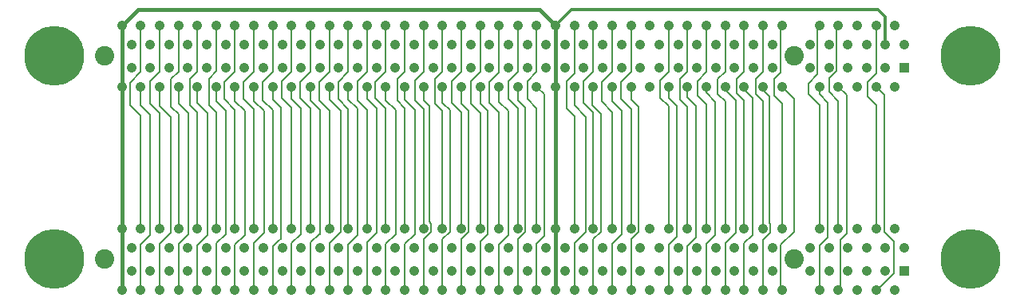
<source format=gtl>
%FSLAX25Y25*%
%MOIN*%
G70*
G01*
G75*
G04 Layer_Physical_Order=1*
G04 Layer_Color=255*
%ADD10C,0.00700*%
%ADD11C,0.01200*%
%ADD12C,0.01600*%
%ADD13C,0.25000*%
%ADD14C,0.04134*%
%ADD15C,0.08071*%
%ADD16R,0.04134X0.04134*%
D10*
X-43000Y68000D02*
X-39311Y64311D01*
X-43000Y68000D02*
Y74000D01*
X-39311Y77689D01*
X-59000Y70000D02*
X-55059Y66059D01*
X-59000Y70000D02*
Y75588D01*
X-55879Y78709D01*
X-67500Y69000D02*
Y73500D01*
X-63753Y77247D01*
Y96897D01*
X-67500Y69000D02*
X-62933Y64433D01*
X-129500Y67500D02*
X-125925Y63925D01*
X-129500Y67500D02*
Y74785D01*
X-125925Y78360D01*
X-141673Y66673D02*
Y72126D01*
Y66673D02*
X-138556Y63556D01*
Y11426D02*
Y63556D01*
X-146000Y67000D02*
X-141673Y62673D01*
X-146000Y67000D02*
Y74033D01*
X-141673Y78360D01*
Y12717D02*
Y62673D01*
X-149547Y66047D02*
Y72126D01*
Y66047D02*
X-145500Y62000D01*
Y10500D02*
Y62000D01*
X-154000Y66000D02*
X-149547Y61547D01*
X-154000Y66000D02*
Y73907D01*
X-149547Y78360D01*
Y12717D02*
Y61547D01*
X-161500Y65500D02*
X-157421Y61421D01*
X-161500Y65500D02*
Y74281D01*
X-157421Y78360D01*
X-158000Y64500D02*
Y71547D01*
Y64500D02*
X-154304Y60804D01*
Y11426D02*
Y60804D01*
X-157421Y12717D02*
Y61421D01*
X-165295Y64295D02*
Y72126D01*
Y64295D02*
X-160500Y59500D01*
Y14084D02*
Y59500D01*
X-185000Y67000D02*
X-181043Y63043D01*
X-185000Y67000D02*
Y74403D01*
X-181043Y78360D01*
X-188917Y66417D02*
Y72126D01*
Y66417D02*
X-185800Y63300D01*
Y11426D02*
Y63300D01*
X-181043Y12717D02*
Y63043D01*
X-193000Y67000D02*
X-188917Y62917D01*
X-193000Y67000D02*
Y74277D01*
X-188917Y78360D01*
Y12717D02*
Y62917D01*
X-196791Y65791D02*
Y72126D01*
Y65791D02*
X-193000Y62000D01*
Y10000D02*
Y62000D01*
X-201000Y65500D02*
Y74000D01*
X-196791Y78209D01*
Y97717D01*
X-201000Y65500D02*
X-196791Y61291D01*
Y12717D02*
Y61291D01*
X-204665Y65165D02*
Y72126D01*
Y65165D02*
X-201548Y62048D01*
Y10452D02*
Y62048D01*
X-208500Y65000D02*
Y74525D01*
Y65000D02*
X-204665Y61165D01*
Y12717D02*
Y61165D01*
X-208500Y74525D02*
X-204665Y78360D01*
X-212539Y65039D02*
Y72126D01*
Y65039D02*
X-209500Y62000D01*
Y15911D02*
Y62000D01*
X-216500Y65500D02*
Y74399D01*
Y65500D02*
X-212539Y61539D01*
Y12717D02*
Y61539D01*
X-216500Y74399D02*
X-212539Y78360D01*
X-220413Y65413D02*
Y72126D01*
Y65413D02*
X-217296Y62296D01*
Y11426D02*
Y62296D01*
X-228287Y66287D02*
Y72126D01*
Y66287D02*
X-226000Y64000D01*
Y15667D02*
Y64000D01*
X-223530Y65030D02*
Y75243D01*
Y65030D02*
X-220413Y61913D01*
Y12717D02*
Y61913D01*
X-232000Y66500D02*
Y74647D01*
Y66500D02*
X-228287Y62787D01*
Y12717D02*
Y62787D01*
X-232000Y74647D02*
X-228287Y78360D01*
X-236161Y66661D02*
Y72126D01*
Y66661D02*
X-232000Y62500D01*
Y10500D02*
Y62500D01*
X-239278Y66278D02*
Y75243D01*
Y66278D02*
X-236161Y63161D01*
Y12717D02*
Y63161D01*
X-244035Y66535D02*
Y72126D01*
Y66535D02*
X-240000Y62500D01*
Y10500D02*
Y62500D01*
X-248500Y67500D02*
X-244035Y63035D01*
X-248500Y67500D02*
Y73895D01*
X-244035Y78360D01*
Y12717D02*
Y63035D01*
X-251909Y66909D02*
Y72126D01*
Y66909D02*
X-248000Y63000D01*
Y11000D02*
Y63000D01*
X-256000Y66500D02*
X-251909Y62409D01*
X-256000Y66500D02*
Y74269D01*
X-251909Y78360D01*
Y12717D02*
Y62409D01*
X-259783Y66783D02*
Y72126D01*
Y66783D02*
X-256000Y63000D01*
Y10000D02*
Y63000D01*
X-264000Y67000D02*
Y74143D01*
Y67000D02*
X-259783Y62783D01*
Y12717D02*
Y62783D01*
X-264000Y74143D02*
X-259783Y78360D01*
X-267657Y66657D02*
Y72126D01*
Y66657D02*
X-263000Y62000D01*
Y11500D02*
Y62000D01*
X-272000Y66500D02*
X-267657Y62157D01*
X-272000Y66500D02*
Y74017D01*
X-267657Y78360D01*
Y12717D02*
Y62157D01*
X-275532Y66532D02*
Y72126D01*
Y66532D02*
X-271500Y62500D01*
Y10500D02*
Y62500D01*
X-280000Y67500D02*
X-275532Y63032D01*
X-280000Y67500D02*
Y73891D01*
X-275532Y78360D01*
Y12717D02*
Y63032D01*
X-283406Y66906D02*
Y72126D01*
Y66906D02*
X-279500Y63000D01*
Y10500D02*
Y63000D01*
X-287500Y67500D02*
X-283406Y63406D01*
X-287500Y67500D02*
Y74265D01*
X-283406Y78360D01*
Y12717D02*
Y63406D01*
X-291280Y66780D02*
Y72126D01*
Y66780D02*
X-288000Y63500D01*
Y8500D02*
Y63500D01*
X-295500Y66500D02*
Y74139D01*
Y66500D02*
X-291280Y62280D01*
Y12717D02*
Y62280D01*
X-295500Y74139D02*
X-291280Y78360D01*
X-303500Y67000D02*
X-299154Y62654D01*
X-303500Y67000D02*
Y74013D01*
X-299154Y78360D01*
Y66154D02*
Y72126D01*
Y66154D02*
X-295000Y62000D01*
Y11000D02*
Y62000D01*
X-299154Y12717D02*
Y62654D01*
X-307028Y66028D02*
Y72126D01*
Y66028D02*
X-303000Y62000D01*
Y10000D02*
Y62000D01*
X-311500Y67000D02*
X-307028Y62528D01*
X-311500Y67000D02*
Y73887D01*
X-307028Y78360D01*
Y12717D02*
Y62528D01*
X-314902Y65902D02*
Y72126D01*
Y65902D02*
X-311000Y62000D01*
Y10500D02*
Y62000D01*
X-318019Y64519D02*
Y75481D01*
X-314902Y78598D01*
Y97717D01*
X-318019Y64519D02*
X-314902Y61402D01*
Y12717D02*
Y61402D01*
X-322776Y65276D02*
Y72126D01*
Y65276D02*
X-318500Y61000D01*
Y10000D02*
Y61000D01*
X-325893Y64393D02*
Y75243D01*
Y64393D02*
X-322776Y61276D01*
Y12717D02*
Y61276D01*
X-330650Y65150D02*
Y72126D01*
Y65150D02*
X-326500Y61000D01*
Y10500D02*
Y61000D01*
X-333767Y63767D02*
Y75243D01*
Y63767D02*
X-330650Y60650D01*
Y12717D02*
Y60650D01*
X-342500Y65000D02*
X-338524Y61024D01*
X-342500Y65000D02*
Y74383D01*
X-338524Y78360D01*
X-346398Y64398D02*
Y72126D01*
Y64398D02*
X-342500Y60500D01*
Y10000D02*
Y60500D01*
X-338524Y64024D02*
Y72126D01*
Y64024D02*
X-334000Y59500D01*
Y11000D02*
Y59500D01*
X-338524Y12717D02*
Y61024D01*
X-351000Y64500D02*
X-346398Y59898D01*
Y12717D02*
Y59898D01*
X-351000Y64500D02*
Y73757D01*
X-346398Y78360D01*
X-168500Y63000D02*
Y74500D01*
X-165295Y77705D01*
X-168500Y63000D02*
X-165295Y59795D01*
X-223530Y75243D02*
X-220413Y78360D01*
X-114000Y68500D02*
X-110177Y64677D01*
X-114000Y68500D02*
Y74537D01*
X-110177Y78360D01*
X-118051Y67551D02*
Y72126D01*
Y67551D02*
X-114500Y64000D01*
Y9000D02*
Y64000D01*
X-125925Y67425D02*
Y72126D01*
Y67425D02*
X-122500Y64000D01*
Y9500D02*
Y64000D01*
X-125925Y12717D02*
Y63925D01*
X-121168Y66668D02*
Y75243D01*
Y66668D02*
X-118051Y63551D01*
Y12717D02*
Y63551D01*
X-110177Y12717D02*
Y64677D01*
Y69556D02*
X-106500Y65879D01*
Y10000D02*
Y65879D01*
X-110177Y69556D02*
Y72126D01*
X-105420Y69208D02*
X-102303Y66091D01*
Y12717D02*
Y66091D01*
X-105420Y69208D02*
Y75243D01*
X-102303Y70803D02*
Y72126D01*
Y70803D02*
X-98000Y66500D01*
Y11000D02*
Y66500D01*
X-97546Y69546D02*
Y75243D01*
Y69546D02*
X-94429Y66429D01*
Y12717D02*
Y66429D01*
Y70929D02*
Y72126D01*
Y70929D02*
X-91000Y67500D01*
Y10000D02*
Y67500D01*
X-81798Y68298D02*
X-78681Y65181D01*
Y12717D02*
Y65181D01*
X-81798Y68298D02*
Y75243D01*
X-86555Y70555D02*
X-84000Y68000D01*
Y15131D02*
Y68000D01*
X-86555Y70555D02*
Y72126D01*
X-32000Y-6034D02*
Y7500D01*
X-36000Y11500D02*
X-32000Y7500D01*
X-346398Y78360D02*
Y97717D01*
Y6102D02*
X-342500Y10000D01*
X-346398Y-12874D02*
Y6102D01*
X-338524Y78360D02*
Y97717D01*
Y6476D02*
X-334000Y11000D01*
X-338524Y-12874D02*
Y6476D01*
X-330650Y78360D02*
Y97717D01*
X-333767Y75243D02*
X-330650Y78360D01*
Y6350D02*
X-326500Y10500D01*
X-330650Y-12874D02*
Y6350D01*
X-322776Y78360D02*
Y97717D01*
X-325893Y75243D02*
X-322776Y78360D01*
X-307028D02*
Y97717D01*
X-322776Y5724D02*
X-318500Y10000D01*
X-322776Y-12874D02*
Y5724D01*
X-314902Y6598D02*
X-311000Y10500D01*
X-314902Y-12874D02*
Y6598D01*
X-299154Y78360D02*
Y97717D01*
X-307028Y5972D02*
X-303000Y10000D01*
X-307028Y-12874D02*
Y5972D01*
X-299154Y6846D02*
X-295000Y11000D01*
X-288540Y7960D02*
X-288000Y8500D01*
X-299154Y-12874D02*
Y6846D01*
X-291280Y78360D02*
Y97717D01*
Y5314D02*
X-288634Y7960D01*
X-291280Y-12874D02*
Y5314D01*
X-288634Y7960D02*
X-288540D01*
X-283406Y-12874D02*
Y6594D01*
X-279500Y10500D01*
X-283406Y78360D02*
Y97717D01*
X-275532Y78360D02*
Y97717D01*
X-272000Y10500D02*
X-271500D01*
X-275532Y6968D02*
X-272000Y10500D01*
X-275532Y-12874D02*
Y6968D01*
X-267657Y78360D02*
Y97717D01*
X-259783Y6217D02*
X-256000Y10000D01*
X-267657Y6843D02*
X-263000Y11500D01*
X-267657Y-12874D02*
Y6843D01*
X-259783Y78360D02*
Y97717D01*
Y-12874D02*
Y6217D01*
X-251909Y78360D02*
Y97717D01*
Y7091D02*
X-248000Y11000D01*
X-251909Y-12874D02*
Y7091D01*
X-244035Y78360D02*
Y97717D01*
Y6465D02*
X-240000Y10500D01*
X-244035Y-12874D02*
Y6465D01*
X-236161Y-12874D02*
Y6339D01*
Y78360D02*
Y97717D01*
X-239278Y75243D02*
X-236161Y78360D01*
Y6339D02*
X-232000Y10500D01*
X-228287Y-12874D02*
Y8309D01*
Y78360D02*
Y97717D01*
X-226000Y15667D02*
X-225170Y14837D01*
Y11426D02*
Y14837D01*
X-228287Y8309D02*
X-225170Y11426D01*
X-220413Y78360D02*
Y97717D01*
Y8309D02*
X-217296Y11426D01*
X-220413Y-12874D02*
Y8309D01*
X-212539Y78360D02*
Y97717D01*
X-209500Y15911D02*
X-209422Y15834D01*
Y11426D02*
Y15834D01*
X-212539Y8309D02*
X-209422Y11426D01*
X-212539Y-12874D02*
Y8309D01*
X-204665Y78360D02*
Y97717D01*
Y7335D02*
X-201548Y10452D01*
X-204665Y-12874D02*
Y7335D01*
X-188917Y78360D02*
Y97717D01*
X-196791Y6209D02*
X-193000Y10000D01*
X-196791Y-12874D02*
Y6209D01*
X-188917Y8309D02*
X-185800Y11426D01*
X-188917Y-12874D02*
Y8309D01*
X-181043Y78360D02*
Y97717D01*
X-177926Y9574D02*
Y69009D01*
X-181043Y72126D02*
X-177926Y69009D01*
X-181043Y6457D02*
X-177926Y9574D01*
X-181043Y-12874D02*
Y6457D01*
X-165295Y6705D02*
X-160538Y11462D01*
Y14046D01*
X-165295Y77705D02*
Y97717D01*
Y12717D02*
Y59795D01*
X-158000Y71547D02*
X-157421Y72126D01*
X-160538Y14046D02*
X-160500Y14084D01*
X-165295Y-12874D02*
Y6705D01*
X-157421Y78360D02*
Y97717D01*
Y8309D02*
X-154304Y11426D01*
X-157421Y-12874D02*
Y8309D01*
X-149547Y78360D02*
Y97717D01*
Y6453D02*
X-145500Y10500D01*
X-149547Y-12874D02*
Y6453D01*
X-141673Y78360D02*
Y97717D01*
Y8309D02*
X-138556Y11426D01*
X-141673Y-12874D02*
Y8309D01*
X-125925Y78360D02*
Y97717D01*
Y-12874D02*
Y6075D01*
X-118051Y78360D02*
Y97717D01*
X-121168Y75243D02*
X-118051Y78360D01*
X-125925Y6075D02*
X-122500Y9500D01*
X-118051Y-12874D02*
Y5449D01*
X-114500Y9000D01*
X-110177Y78360D02*
Y97717D01*
X-102303Y78360D02*
Y97717D01*
X-105420Y75243D02*
X-102303Y78360D01*
X-94429D02*
Y97717D01*
X-97546Y75243D02*
X-94429Y78360D01*
X-110177Y6323D02*
X-106500Y10000D01*
X-110177Y-12874D02*
Y6323D01*
X-102303Y6697D02*
X-98000Y11000D01*
X-102303Y-12874D02*
Y6697D01*
X-94429Y6571D02*
X-91000Y10000D01*
X-94429Y-12874D02*
Y6571D01*
X-86555Y78360D02*
Y97717D01*
X-89672Y75243D02*
X-86555Y78360D01*
X-83438Y11062D02*
Y14569D01*
X-84000Y15131D02*
X-83438Y14569D01*
X-86555Y7945D02*
X-83438Y11062D01*
X-86555Y-12874D02*
Y7945D01*
X-79042Y97356D02*
X-78681Y97717D01*
X-79042Y77999D02*
Y97356D01*
X-81798Y75243D02*
X-79042Y77999D01*
X-78681Y72126D02*
X-73500Y66945D01*
Y11500D02*
Y66945D01*
X-79042Y5958D02*
X-73500Y11500D01*
X-79042Y-12513D02*
Y5958D01*
Y-12513D02*
X-78681Y-12874D01*
X-63753Y96897D02*
X-62933Y97717D01*
Y5567D02*
X-59500Y9000D01*
X-54239Y-12054D02*
Y7960D01*
X-62933Y-12874D02*
Y5567D01*
X-55879Y96897D02*
X-55059Y97717D01*
X-55879Y78709D02*
Y96897D01*
X-55059Y72126D02*
X-51500Y68567D01*
Y10698D02*
Y68567D01*
X-54239Y7960D02*
X-51500Y10698D01*
X-55059Y-12874D02*
X-54239Y-12054D01*
X-39311Y77689D02*
Y97717D01*
Y72126D02*
X-36000Y68815D01*
Y11500D02*
Y68815D01*
X-38840Y-12874D02*
X-32000Y-6034D01*
X-39311Y-12874D02*
X-38840D01*
X-59500Y9000D02*
Y65500D01*
X-62933Y68933D02*
X-59500Y65500D01*
X-62933Y68933D02*
Y72126D01*
Y12717D02*
Y64433D01*
X-55059Y12717D02*
Y66059D01*
X-86555Y12717D02*
Y66055D01*
X-89672Y69172D02*
X-86555Y66055D01*
X-89672Y69172D02*
Y75243D01*
X-39311Y12717D02*
Y64311D01*
D11*
X-173169Y97717D02*
X-166386Y104500D01*
X-38500D01*
X-35374Y101374D01*
Y89843D02*
Y101374D01*
D12*
X-179953Y104500D02*
X-173169Y97717D01*
X-347488Y104500D02*
X-179953D01*
X-354272Y97717D02*
X-347488Y104500D01*
X-354272Y-12874D02*
Y12717D01*
Y72126D01*
Y97717D01*
X-173169Y12717D02*
Y72126D01*
Y97717D01*
Y-12874D02*
Y12717D01*
D13*
X-382500Y85000D02*
D03*
Y0D02*
D03*
X0D02*
D03*
Y85000D02*
D03*
D14*
X-354272Y12717D02*
D03*
X-346398D02*
D03*
X-338524D02*
D03*
X-330650D02*
D03*
X-322776D02*
D03*
X-314902D02*
D03*
X-307028D02*
D03*
X-299154D02*
D03*
X-291280D02*
D03*
X-283406D02*
D03*
X-275532D02*
D03*
X-267657D02*
D03*
X-259783D02*
D03*
X-251909D02*
D03*
X-244035D02*
D03*
X-236161D02*
D03*
X-228287D02*
D03*
X-220413D02*
D03*
X-350335Y4843D02*
D03*
X-342461D02*
D03*
X-334587D02*
D03*
X-326713D02*
D03*
X-318839D02*
D03*
X-310965D02*
D03*
X-303091D02*
D03*
X-295217D02*
D03*
X-287343D02*
D03*
X-279469D02*
D03*
X-271594D02*
D03*
X-263720D02*
D03*
X-255846D02*
D03*
X-247972D02*
D03*
X-240098D02*
D03*
X-232224D02*
D03*
X-224350D02*
D03*
X-350335Y-5000D02*
D03*
X-342461D02*
D03*
X-334587D02*
D03*
X-326713D02*
D03*
X-318839D02*
D03*
X-310965D02*
D03*
X-303091D02*
D03*
X-295217D02*
D03*
X-287343D02*
D03*
X-279469D02*
D03*
X-271594D02*
D03*
X-263720D02*
D03*
X-255846D02*
D03*
X-247972D02*
D03*
X-240098D02*
D03*
X-232224D02*
D03*
X-224350D02*
D03*
X-354272Y-12874D02*
D03*
X-346398D02*
D03*
X-338524D02*
D03*
X-330650D02*
D03*
X-322776D02*
D03*
X-314902D02*
D03*
X-307028D02*
D03*
X-299154D02*
D03*
X-291280D02*
D03*
X-283406D02*
D03*
X-275532D02*
D03*
X-267657D02*
D03*
X-259783D02*
D03*
X-251909D02*
D03*
X-244035D02*
D03*
X-236161D02*
D03*
X-228287D02*
D03*
X-220413D02*
D03*
X-157421D02*
D03*
X-153484Y-5000D02*
D03*
Y4843D02*
D03*
X-149547Y12717D02*
D03*
X-141673D02*
D03*
X-133799D02*
D03*
X-125925D02*
D03*
X-118051D02*
D03*
X-110177D02*
D03*
X-102303D02*
D03*
X-94429D02*
D03*
X-86555D02*
D03*
X-78681D02*
D03*
X-145610Y4843D02*
D03*
X-137736D02*
D03*
X-129862D02*
D03*
X-121988D02*
D03*
X-114114D02*
D03*
X-106240D02*
D03*
X-98366D02*
D03*
X-90492D02*
D03*
X-82618D02*
D03*
X-145610Y-5000D02*
D03*
X-137736D02*
D03*
X-129862D02*
D03*
X-121988D02*
D03*
X-114114D02*
D03*
X-106240D02*
D03*
X-98366D02*
D03*
X-90492D02*
D03*
X-82618D02*
D03*
X-149547Y-12874D02*
D03*
X-141673D02*
D03*
X-133799D02*
D03*
X-125925D02*
D03*
X-118051D02*
D03*
X-110177D02*
D03*
X-102303D02*
D03*
X-94429D02*
D03*
X-86555D02*
D03*
X-78681D02*
D03*
X-62933Y12717D02*
D03*
X-55059D02*
D03*
X-47185D02*
D03*
X-39311D02*
D03*
X-31437D02*
D03*
X-66870Y4843D02*
D03*
X-58996D02*
D03*
X-51122D02*
D03*
X-43248D02*
D03*
X-35374D02*
D03*
X-27500D02*
D03*
X-62933Y-12874D02*
D03*
X-55059D02*
D03*
X-47185D02*
D03*
X-39311D02*
D03*
X-31437D02*
D03*
X-66870Y-5000D02*
D03*
X-58996D02*
D03*
X-51122D02*
D03*
X-43248D02*
D03*
X-35374D02*
D03*
X-165295Y-12874D02*
D03*
X-173169D02*
D03*
X-181043D02*
D03*
X-188917D02*
D03*
X-196791D02*
D03*
X-204665D02*
D03*
X-212539D02*
D03*
X-161358Y-5000D02*
D03*
X-169232D02*
D03*
X-177106D02*
D03*
X-184980D02*
D03*
X-192854D02*
D03*
X-200728D02*
D03*
X-208602D02*
D03*
X-216476D02*
D03*
X-161358Y4843D02*
D03*
X-169232D02*
D03*
X-177106D02*
D03*
X-184980D02*
D03*
X-192854D02*
D03*
X-200728D02*
D03*
X-208602D02*
D03*
X-216476D02*
D03*
X-157421Y12717D02*
D03*
X-165295D02*
D03*
X-173169D02*
D03*
X-181043D02*
D03*
X-188917D02*
D03*
X-196791D02*
D03*
X-204665D02*
D03*
X-212539D02*
D03*
X-354272Y97717D02*
D03*
X-346398D02*
D03*
X-338524D02*
D03*
X-330650D02*
D03*
X-322776D02*
D03*
X-314902D02*
D03*
X-307028D02*
D03*
X-299154D02*
D03*
X-291280D02*
D03*
X-283406D02*
D03*
X-275532D02*
D03*
X-267657D02*
D03*
X-259783D02*
D03*
X-251909D02*
D03*
X-244035D02*
D03*
X-236161D02*
D03*
X-228287D02*
D03*
X-220413D02*
D03*
X-350335Y89843D02*
D03*
X-342461D02*
D03*
X-334587D02*
D03*
X-326713D02*
D03*
X-318839D02*
D03*
X-310965D02*
D03*
X-303091D02*
D03*
X-295217D02*
D03*
X-287343D02*
D03*
X-279469D02*
D03*
X-271594D02*
D03*
X-263720D02*
D03*
X-255846D02*
D03*
X-247972D02*
D03*
X-240098D02*
D03*
X-232224D02*
D03*
X-224350D02*
D03*
X-350335Y80000D02*
D03*
X-342461D02*
D03*
X-334587D02*
D03*
X-326713D02*
D03*
X-318839D02*
D03*
X-310965D02*
D03*
X-303091D02*
D03*
X-295217D02*
D03*
X-287343D02*
D03*
X-279469D02*
D03*
X-271594D02*
D03*
X-263720D02*
D03*
X-255846D02*
D03*
X-247972D02*
D03*
X-240098D02*
D03*
X-232224D02*
D03*
X-224350D02*
D03*
X-354272Y72126D02*
D03*
X-346398D02*
D03*
X-338524D02*
D03*
X-330650D02*
D03*
X-322776D02*
D03*
X-314902D02*
D03*
X-307028D02*
D03*
X-299154D02*
D03*
X-291280D02*
D03*
X-283406D02*
D03*
X-275532D02*
D03*
X-267657D02*
D03*
X-259783D02*
D03*
X-251909D02*
D03*
X-244035D02*
D03*
X-236161D02*
D03*
X-228287D02*
D03*
X-220413D02*
D03*
X-157421D02*
D03*
X-153484Y80000D02*
D03*
Y89843D02*
D03*
X-149547Y97717D02*
D03*
X-141673D02*
D03*
X-133799D02*
D03*
X-125925D02*
D03*
X-118051D02*
D03*
X-110177D02*
D03*
X-102303D02*
D03*
X-94429D02*
D03*
X-86555D02*
D03*
X-78681D02*
D03*
X-145610Y89843D02*
D03*
X-137736D02*
D03*
X-129862D02*
D03*
X-121988D02*
D03*
X-114114D02*
D03*
X-106240D02*
D03*
X-98366D02*
D03*
X-90492D02*
D03*
X-82618D02*
D03*
X-145610Y80000D02*
D03*
X-137736D02*
D03*
X-129862D02*
D03*
X-121988D02*
D03*
X-114114D02*
D03*
X-106240D02*
D03*
X-98366D02*
D03*
X-90492D02*
D03*
X-82618D02*
D03*
X-149547Y72126D02*
D03*
X-141673D02*
D03*
X-133799D02*
D03*
X-125925D02*
D03*
X-118051D02*
D03*
X-110177D02*
D03*
X-102303D02*
D03*
X-94429D02*
D03*
X-86555D02*
D03*
X-78681D02*
D03*
X-62933Y97717D02*
D03*
X-55059D02*
D03*
X-47185D02*
D03*
X-39311D02*
D03*
X-31437D02*
D03*
X-66870Y89843D02*
D03*
X-58996D02*
D03*
X-51122D02*
D03*
X-43248D02*
D03*
X-35374D02*
D03*
X-27500D02*
D03*
X-62933Y72126D02*
D03*
X-55059D02*
D03*
X-47185D02*
D03*
X-39311D02*
D03*
X-31437D02*
D03*
X-66870Y80000D02*
D03*
X-58996D02*
D03*
X-51122D02*
D03*
X-43248D02*
D03*
X-35374D02*
D03*
X-165295Y72126D02*
D03*
X-173169D02*
D03*
X-181043D02*
D03*
X-188917D02*
D03*
X-196791D02*
D03*
X-204665D02*
D03*
X-212539D02*
D03*
X-161358Y80000D02*
D03*
X-169232D02*
D03*
X-177106D02*
D03*
X-184980D02*
D03*
X-192854D02*
D03*
X-200728D02*
D03*
X-208602D02*
D03*
X-216476D02*
D03*
X-161358Y89843D02*
D03*
X-169232D02*
D03*
X-177106D02*
D03*
X-184980D02*
D03*
X-192854D02*
D03*
X-200728D02*
D03*
X-208602D02*
D03*
X-216476D02*
D03*
X-157421Y97717D02*
D03*
X-165295D02*
D03*
X-173169D02*
D03*
X-181043D02*
D03*
X-188917D02*
D03*
X-196791D02*
D03*
X-204665D02*
D03*
X-212539D02*
D03*
D15*
X-361358Y-79D02*
D03*
X-73366D02*
D03*
X-361358Y84921D02*
D03*
X-73366D02*
D03*
D16*
X-27500Y-5000D02*
D03*
Y80000D02*
D03*
M02*

</source>
